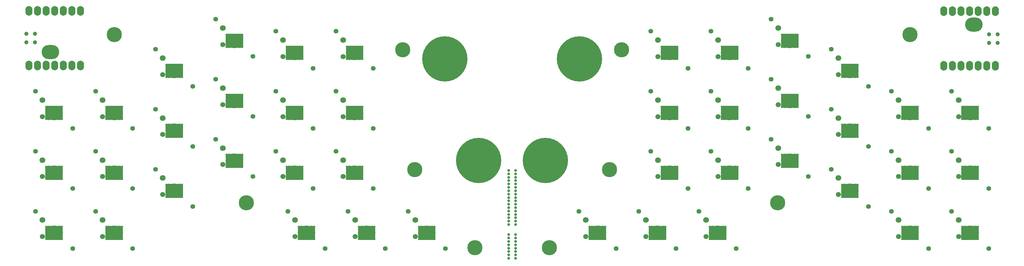
<source format=gts>
G04 #@! TF.GenerationSoftware,KiCad,Pcbnew,7.0.5-0*
G04 #@! TF.CreationDate,2023-06-04T16:05:39+02:00*
G04 #@! TF.ProjectId,kbd,6b62642e-6b69-4636-9164-5f7063625858,v1.0.0*
G04 #@! TF.SameCoordinates,Original*
G04 #@! TF.FileFunction,Soldermask,Top*
G04 #@! TF.FilePolarity,Negative*
%FSLAX46Y46*%
G04 Gerber Fmt 4.6, Leading zero omitted, Abs format (unit mm)*
G04 Created by KiCad (PCBNEW 7.0.5-0) date 2023-06-04 16:05:39*
%MOMM*%
%LPD*%
G01*
G04 APERTURE LIST*
%ADD10C,1.400000*%
%ADD11O,0.400000X4.200000*%
%ADD12O,2.100000X4.200000*%
%ADD13O,5.200000X0.400000*%
%ADD14O,5.200000X4.200000*%
%ADD15C,1.700000*%
%ADD16C,1.500000*%
%ADD17C,0.800000*%
%ADD18C,4.500000*%
%ADD19C,13.400000*%
%ADD20O,2.098980X2.848280*%
%ADD21C,1.243000*%
G04 APERTURE END LIST*
D10*
G04 #@! TO.C,S13*
X165579992Y-76769836D03*
D11*
X168680000Y-83170000D03*
D12*
X169530000Y-83170000D03*
D13*
X171080000Y-81270000D03*
D14*
X171080000Y-83170000D03*
D13*
X171080000Y-85070000D03*
D12*
X172630000Y-83170000D03*
D11*
X173480000Y-83170000D03*
D10*
X176579992Y-87769836D03*
D15*
X167679992Y-79369836D03*
D16*
X167679992Y-84269836D03*
G04 #@! TD*
D10*
G04 #@! TO.C,S14*
X165579992Y-58999836D03*
D11*
X168680000Y-65400000D03*
D12*
X169530000Y-65400000D03*
D13*
X171080000Y-63500000D03*
D14*
X171080000Y-65400000D03*
D13*
X171080000Y-67300000D03*
D12*
X172630000Y-65400000D03*
D11*
X173480000Y-65400000D03*
D10*
X176579992Y-69999836D03*
D15*
X167679992Y-61599836D03*
D16*
X167679992Y-66499836D03*
G04 #@! TD*
D17*
G04 #@! TO.C,_67*
X155234370Y-92003500D03*
X155711678Y-90851178D03*
X155711678Y-93155822D03*
X156864000Y-90373870D03*
D18*
X156864000Y-92003500D03*
D17*
X156864000Y-93633130D03*
X158016322Y-90851178D03*
X158016322Y-93155822D03*
X158493630Y-92003500D03*
G04 #@! TD*
D10*
G04 #@! TO.C,S34*
X294199992Y-76769836D03*
D11*
X297300000Y-83170000D03*
D12*
X298150000Y-83170000D03*
D13*
X299700000Y-81270000D03*
D14*
X299700000Y-83170000D03*
D13*
X299700000Y-85070000D03*
D12*
X301250000Y-83170000D03*
D11*
X302100000Y-83170000D03*
D10*
X305199992Y-87769836D03*
D15*
X296299992Y-79369836D03*
D16*
X296299992Y-84269836D03*
G04 #@! TD*
D19*
G04 #@! TO.C,_76*
X255275000Y-49460000D03*
G04 #@! TD*
D10*
G04 #@! TO.C,S6*
X112269992Y-58999836D03*
D11*
X115370000Y-65400000D03*
D12*
X116220000Y-65400000D03*
D13*
X117770000Y-63500000D03*
D14*
X117770000Y-65400000D03*
D13*
X117770000Y-67300000D03*
D12*
X119320000Y-65400000D03*
D11*
X120170000Y-65400000D03*
D10*
X123269992Y-69999836D03*
D15*
X114369992Y-61599836D03*
D16*
X114369992Y-66499836D03*
G04 #@! TD*
D10*
G04 #@! TO.C,S7*
X130039992Y-82100836D03*
D11*
X133140000Y-88501000D03*
D12*
X133990000Y-88501000D03*
D13*
X135540000Y-86601000D03*
D14*
X135540000Y-88501000D03*
D13*
X135540000Y-90401000D03*
D12*
X137090000Y-88501000D03*
D11*
X137940000Y-88501000D03*
D10*
X141039992Y-93100836D03*
D15*
X132139992Y-84700836D03*
D16*
X132139992Y-89600836D03*
G04 #@! TD*
D10*
G04 #@! TO.C,S19*
X169133992Y-94539836D03*
D11*
X172234000Y-100940000D03*
D12*
X173084000Y-100940000D03*
D13*
X174634000Y-99040000D03*
D14*
X174634000Y-100940000D03*
D13*
X174634000Y-102840000D03*
D12*
X176184000Y-100940000D03*
D11*
X177034000Y-100940000D03*
D10*
X180133992Y-105539836D03*
D15*
X171233992Y-97139836D03*
D16*
X171233992Y-102039836D03*
G04 #@! TD*
D19*
G04 #@! TO.C,_75*
X245275000Y-79460000D03*
G04 #@! TD*
D17*
G04 #@! TO.C,_71*
X351380370Y-42247500D03*
X351857678Y-41095178D03*
X351857678Y-43399822D03*
X353010000Y-40617870D03*
D18*
X353010000Y-42247500D03*
D17*
X353010000Y-43877130D03*
X354162322Y-41095178D03*
X354162322Y-43399822D03*
X354639630Y-42247500D03*
G04 #@! TD*
D10*
G04 #@! TO.C,S9*
X130039992Y-46560836D03*
D11*
X133140000Y-52961000D03*
D12*
X133990000Y-52961000D03*
D13*
X135540000Y-51061000D03*
D14*
X135540000Y-52961000D03*
D13*
X135540000Y-54861000D03*
D12*
X137090000Y-52961000D03*
D11*
X137940000Y-52961000D03*
D10*
X141039992Y-57560836D03*
D15*
X132139992Y-49160836D03*
D16*
X132139992Y-54060836D03*
G04 #@! TD*
D10*
G04 #@! TO.C,S1*
X94499992Y-94539836D03*
D11*
X97600000Y-100940000D03*
D12*
X98450000Y-100940000D03*
D13*
X100000000Y-99040000D03*
D14*
X100000000Y-100940000D03*
D13*
X100000000Y-102840000D03*
D12*
X101550000Y-100940000D03*
D11*
X102400000Y-100940000D03*
D10*
X105499992Y-105539836D03*
D15*
X96599992Y-97139836D03*
D16*
X96599992Y-102039836D03*
G04 #@! TD*
D10*
G04 #@! TO.C,S11*
X147809992Y-55445836D03*
D11*
X150910000Y-61846000D03*
D12*
X151760000Y-61846000D03*
D13*
X153310000Y-59946000D03*
D14*
X153310000Y-61846000D03*
D13*
X153310000Y-63746000D03*
D12*
X154860000Y-61846000D03*
D11*
X155710000Y-61846000D03*
D10*
X158809992Y-66445836D03*
D15*
X149909992Y-58045836D03*
D16*
X149909992Y-62945836D03*
G04 #@! TD*
D10*
G04 #@! TO.C,S22*
X365279992Y-94539836D03*
D11*
X368380000Y-100940000D03*
D12*
X369230000Y-100940000D03*
D13*
X370780000Y-99040000D03*
D14*
X370780000Y-100940000D03*
D13*
X370780000Y-102840000D03*
D12*
X372330000Y-100940000D03*
D11*
X373180000Y-100940000D03*
D10*
X376279992Y-105539836D03*
D15*
X367379992Y-97139836D03*
D16*
X367379992Y-102039836D03*
G04 #@! TD*
D10*
G04 #@! TO.C,S36*
X294199992Y-41229836D03*
D11*
X297300000Y-47630000D03*
D12*
X298150000Y-47630000D03*
D13*
X299700000Y-45730000D03*
D14*
X299700000Y-47630000D03*
D13*
X299700000Y-49530000D03*
D12*
X301250000Y-47630000D03*
D11*
X302100000Y-47630000D03*
D10*
X305199992Y-52229836D03*
D15*
X296299992Y-43829836D03*
D16*
X296299992Y-48729836D03*
G04 #@! TD*
D10*
G04 #@! TO.C,S12*
X147809992Y-37675836D03*
D11*
X150910000Y-44076000D03*
D12*
X151760000Y-44076000D03*
D13*
X153310000Y-42176000D03*
D14*
X153310000Y-44076000D03*
D13*
X153310000Y-45976000D03*
D12*
X154860000Y-44076000D03*
D11*
X155710000Y-44076000D03*
D10*
X158809992Y-48675836D03*
D15*
X149909992Y-40275836D03*
D16*
X149909992Y-45175836D03*
G04 #@! TD*
D10*
G04 #@! TO.C,S40*
X290645992Y-94539836D03*
D11*
X293746000Y-100940000D03*
D12*
X294596000Y-100940000D03*
D13*
X296146000Y-99040000D03*
D14*
X296146000Y-100940000D03*
D13*
X296146000Y-102840000D03*
D12*
X297696000Y-100940000D03*
D11*
X298546000Y-100940000D03*
D10*
X301645992Y-105539836D03*
D15*
X292745992Y-97139836D03*
D16*
X292745992Y-102039836D03*
G04 #@! TD*
D10*
G04 #@! TO.C,S3*
X94499992Y-58999836D03*
D11*
X97600000Y-65400000D03*
D12*
X98450000Y-65400000D03*
D13*
X100000000Y-63500000D03*
D14*
X100000000Y-65400000D03*
D13*
X100000000Y-67300000D03*
D12*
X101550000Y-65400000D03*
D11*
X102400000Y-65400000D03*
D10*
X105499992Y-69999836D03*
D15*
X96599992Y-61599836D03*
D16*
X96599992Y-66499836D03*
G04 #@! TD*
D10*
G04 #@! TO.C,S15*
X165579992Y-41229836D03*
D11*
X168680000Y-47630000D03*
D12*
X169530000Y-47630000D03*
D13*
X171080000Y-45730000D03*
D14*
X171080000Y-47630000D03*
D13*
X171080000Y-49530000D03*
D12*
X172630000Y-47630000D03*
D11*
X173480000Y-47630000D03*
D10*
X176579992Y-52229836D03*
D15*
X167679992Y-43829836D03*
D16*
X167679992Y-48729836D03*
G04 #@! TD*
D10*
G04 #@! TO.C,S5*
X112269992Y-76769836D03*
D11*
X115370000Y-83170000D03*
D12*
X116220000Y-83170000D03*
D13*
X117770000Y-81270000D03*
D14*
X117770000Y-83170000D03*
D13*
X117770000Y-85070000D03*
D12*
X119320000Y-83170000D03*
D11*
X120170000Y-83170000D03*
D10*
X123269992Y-87769836D03*
D15*
X114369992Y-79369836D03*
D16*
X114369992Y-84269836D03*
G04 #@! TD*
D17*
G04 #@! TO.C,*
X234390000Y-101460000D03*
X234390000Y-102460000D03*
X234390000Y-103460000D03*
X234390000Y-104460000D03*
X234390000Y-105460000D03*
X234390000Y-106460000D03*
X234390000Y-107460000D03*
X234390000Y-108460000D03*
X236390000Y-101460000D03*
X236390000Y-102460000D03*
X236390000Y-103460000D03*
X236390000Y-104460000D03*
X236390000Y-105460000D03*
X236390000Y-106460000D03*
X236390000Y-107460000D03*
X236390000Y-108460000D03*
G04 #@! TD*
D10*
G04 #@! TO.C,S10*
X147809992Y-73215836D03*
D11*
X150910000Y-79616000D03*
D12*
X151760000Y-79616000D03*
D13*
X153310000Y-77716000D03*
D14*
X153310000Y-79616000D03*
D13*
X153310000Y-81516000D03*
D12*
X154860000Y-79616000D03*
D11*
X155710000Y-79616000D03*
D10*
X158809992Y-84215836D03*
D15*
X149909992Y-75815836D03*
D16*
X149909992Y-80715836D03*
G04 #@! TD*
D19*
G04 #@! TO.C,_73*
X225505000Y-79460000D03*
G04 #@! TD*
D10*
G04 #@! TO.C,S30*
X329739992Y-46560836D03*
D11*
X332840000Y-52961000D03*
D12*
X333690000Y-52961000D03*
D13*
X335240000Y-51061000D03*
D14*
X335240000Y-52961000D03*
D13*
X335240000Y-54861000D03*
D12*
X336790000Y-52961000D03*
D11*
X337640000Y-52961000D03*
D10*
X340739992Y-57560836D03*
D15*
X331839992Y-49160836D03*
D16*
X331839992Y-54060836D03*
G04 #@! TD*
D10*
G04 #@! TO.C,S20*
X186903992Y-94539836D03*
D11*
X190004000Y-100940000D03*
D12*
X190854000Y-100940000D03*
D13*
X192404000Y-99040000D03*
D14*
X192404000Y-100940000D03*
D13*
X192404000Y-102840000D03*
D12*
X193954000Y-100940000D03*
D11*
X194804000Y-100940000D03*
D10*
X197903992Y-105539836D03*
D15*
X189003992Y-97139836D03*
D16*
X189003992Y-102039836D03*
G04 #@! TD*
D10*
G04 #@! TO.C,S42*
X255105992Y-94539836D03*
D11*
X258206000Y-100940000D03*
D12*
X259056000Y-100940000D03*
D13*
X260606000Y-99040000D03*
D14*
X260606000Y-100940000D03*
D13*
X260606000Y-102840000D03*
D12*
X262156000Y-100940000D03*
D11*
X263006000Y-100940000D03*
D10*
X266105992Y-105539836D03*
D15*
X257205992Y-97139836D03*
D16*
X257205992Y-102039836D03*
G04 #@! TD*
D14*
G04 #@! TO.C,MCU2*
X371885820Y-39264000D03*
D20*
X378235820Y-35297120D03*
X375695820Y-35297120D03*
X373155820Y-35297120D03*
X370615820Y-35297120D03*
X368075820Y-35297120D03*
X365535820Y-35297120D03*
X362995820Y-35297120D03*
X362995820Y-51461680D03*
X365535820Y-51461680D03*
X368075820Y-51461680D03*
X370615820Y-51461680D03*
X373155820Y-51461680D03*
X375695820Y-51461680D03*
X378235820Y-51461680D03*
D21*
X378922187Y-42162803D03*
X378922187Y-44702803D03*
X376382187Y-42162803D03*
X376382187Y-44702803D03*
G04 #@! TD*
D10*
G04 #@! TO.C,S28*
X329739992Y-82100836D03*
D11*
X332840000Y-88501000D03*
D12*
X333690000Y-88501000D03*
D13*
X335240000Y-86601000D03*
D14*
X335240000Y-88501000D03*
D13*
X335240000Y-90401000D03*
D12*
X336790000Y-88501000D03*
D11*
X337640000Y-88501000D03*
D10*
X340739992Y-93100836D03*
D15*
X331839992Y-84700836D03*
D16*
X331839992Y-89600836D03*
G04 #@! TD*
D10*
G04 #@! TO.C,S33*
X311969992Y-37675836D03*
D11*
X315070000Y-44076000D03*
D12*
X315920000Y-44076000D03*
D13*
X317470000Y-42176000D03*
D14*
X317470000Y-44076000D03*
D13*
X317470000Y-45976000D03*
D12*
X319020000Y-44076000D03*
D11*
X319870000Y-44076000D03*
D10*
X322969992Y-48675836D03*
D15*
X314069992Y-40275836D03*
D16*
X314069992Y-45175836D03*
G04 #@! TD*
D17*
G04 #@! TO.C,_72*
X312286370Y-92003500D03*
X312763678Y-90851178D03*
X312763678Y-93155822D03*
X313916000Y-90373870D03*
D18*
X313916000Y-92003500D03*
D17*
X313916000Y-93633130D03*
X315068322Y-90851178D03*
X315068322Y-93155822D03*
X315545630Y-92003500D03*
G04 #@! TD*
G04 #@! TO.C,_69*
X266084370Y-46690000D03*
X266561678Y-45537678D03*
X266561678Y-47842322D03*
X267714000Y-45060370D03*
D18*
X267714000Y-46690000D03*
D17*
X267714000Y-48319630D03*
X268866322Y-45537678D03*
X268866322Y-47842322D03*
X269343630Y-46690000D03*
G04 #@! TD*
D10*
G04 #@! TO.C,S32*
X311969992Y-55445836D03*
D11*
X315070000Y-61846000D03*
D12*
X315920000Y-61846000D03*
D13*
X317470000Y-59946000D03*
D14*
X317470000Y-61846000D03*
D13*
X317470000Y-63746000D03*
D12*
X319020000Y-61846000D03*
D11*
X319870000Y-61846000D03*
D10*
X322969992Y-66445836D03*
D15*
X314069992Y-58045836D03*
D16*
X314069992Y-62945836D03*
G04 #@! TD*
D10*
G04 #@! TO.C,S25*
X347509992Y-94539836D03*
D11*
X350610000Y-100940000D03*
D12*
X351460000Y-100940000D03*
D13*
X353010000Y-99040000D03*
D14*
X353010000Y-100940000D03*
D13*
X353010000Y-102840000D03*
D12*
X354560000Y-100940000D03*
D11*
X355410000Y-100940000D03*
D10*
X358509992Y-105539836D03*
D15*
X349609992Y-97139836D03*
D16*
X349609992Y-102039836D03*
G04 #@! TD*
D10*
G04 #@! TO.C,S4*
X112269992Y-94539836D03*
D11*
X115370000Y-100940000D03*
D12*
X116220000Y-100940000D03*
D13*
X117770000Y-99040000D03*
D14*
X117770000Y-100940000D03*
D13*
X117770000Y-102840000D03*
D12*
X119320000Y-100940000D03*
D11*
X120170000Y-100940000D03*
D10*
X123269992Y-105539836D03*
D15*
X114369992Y-97139836D03*
D16*
X114369992Y-102039836D03*
G04 #@! TD*
D10*
G04 #@! TO.C,S21*
X204673992Y-94539836D03*
D11*
X207774000Y-100940000D03*
D12*
X208624000Y-100940000D03*
D13*
X210174000Y-99040000D03*
D14*
X210174000Y-100940000D03*
D13*
X210174000Y-102840000D03*
D12*
X211724000Y-100940000D03*
D11*
X212574000Y-100940000D03*
D10*
X215673992Y-105539836D03*
D15*
X206773992Y-97139836D03*
D16*
X206773992Y-102039836D03*
G04 #@! TD*
D17*
G04 #@! TO.C,_68*
X262530370Y-82230000D03*
X263007678Y-81077678D03*
X263007678Y-83382322D03*
X264160000Y-80600370D03*
D18*
X264160000Y-82230000D03*
D17*
X264160000Y-83859630D03*
X265312322Y-81077678D03*
X265312322Y-83382322D03*
X265789630Y-82230000D03*
G04 #@! TD*
G04 #@! TO.C,_64*
X201436370Y-46690000D03*
X201913678Y-45537678D03*
X201913678Y-47842322D03*
X203066000Y-45060370D03*
D18*
X203066000Y-46690000D03*
D17*
X203066000Y-48319630D03*
X204218322Y-45537678D03*
X204218322Y-47842322D03*
X204695630Y-46690000D03*
G04 #@! TD*
D19*
G04 #@! TO.C,_74*
X215505000Y-49460000D03*
G04 #@! TD*
D17*
G04 #@! TO.C,*
X234390000Y-82460000D03*
X234390000Y-83460000D03*
X234390000Y-84460000D03*
X234390000Y-85460000D03*
X234390000Y-86460000D03*
X234390000Y-87460000D03*
X234390000Y-88460000D03*
X234390000Y-89460000D03*
X234390000Y-90460000D03*
X234390000Y-91460000D03*
X234390000Y-92460000D03*
X234390000Y-93460000D03*
X234390000Y-94460000D03*
X234390000Y-95460000D03*
X234390000Y-96460000D03*
X234390000Y-97460000D03*
X234390000Y-98460000D03*
X236390000Y-82460000D03*
X236390000Y-83460000D03*
X236390000Y-84460000D03*
X236390000Y-85460000D03*
X236390000Y-86460000D03*
X236390000Y-87460000D03*
X236390000Y-88460000D03*
X236390000Y-89460000D03*
X236390000Y-90460000D03*
X236390000Y-91460000D03*
X236390000Y-92460000D03*
X236390000Y-93460000D03*
X236390000Y-94460000D03*
X236390000Y-95460000D03*
X236390000Y-96460000D03*
X236390000Y-97460000D03*
X236390000Y-98460000D03*
G04 #@! TD*
D10*
G04 #@! TO.C,S16*
X183349992Y-76769836D03*
D11*
X186450000Y-83170000D03*
D12*
X187300000Y-83170000D03*
D13*
X188850000Y-81270000D03*
D14*
X188850000Y-83170000D03*
D13*
X188850000Y-85070000D03*
D12*
X190400000Y-83170000D03*
D11*
X191250000Y-83170000D03*
D10*
X194349992Y-87769836D03*
D15*
X185449992Y-79369836D03*
D16*
X185449992Y-84269836D03*
G04 #@! TD*
D17*
G04 #@! TO.C,_66*
X116140370Y-42247500D03*
X116617678Y-41095178D03*
X116617678Y-43399822D03*
X117770000Y-40617870D03*
D18*
X117770000Y-42247500D03*
D17*
X117770000Y-43877130D03*
X118922322Y-41095178D03*
X118922322Y-43399822D03*
X119399630Y-42247500D03*
G04 #@! TD*
D10*
G04 #@! TO.C,S41*
X272875992Y-94539836D03*
D11*
X275976000Y-100940000D03*
D12*
X276826000Y-100940000D03*
D13*
X278376000Y-99040000D03*
D14*
X278376000Y-100940000D03*
D13*
X278376000Y-102840000D03*
D12*
X279926000Y-100940000D03*
D11*
X280776000Y-100940000D03*
D10*
X283875992Y-105539836D03*
D15*
X274975992Y-97139836D03*
D16*
X274975992Y-102039836D03*
G04 #@! TD*
D17*
G04 #@! TO.C,_70*
X244760370Y-105331000D03*
X245237678Y-104178678D03*
X245237678Y-106483322D03*
X246390000Y-103701370D03*
D18*
X246390000Y-105331000D03*
D17*
X246390000Y-106960630D03*
X247542322Y-104178678D03*
X247542322Y-106483322D03*
X248019630Y-105331000D03*
G04 #@! TD*
D14*
G04 #@! TO.C,MCU1*
X98894180Y-47444000D03*
D20*
X92544180Y-51410880D03*
X95084180Y-51410880D03*
X97624180Y-51410880D03*
X100164180Y-51410880D03*
X102704180Y-51410880D03*
X105244180Y-51410880D03*
X107784180Y-51410880D03*
X107784180Y-35246320D03*
X105244180Y-35246320D03*
X102704180Y-35246320D03*
X100164180Y-35246320D03*
X97624180Y-35246320D03*
X95084180Y-35246320D03*
X92544180Y-35246320D03*
D21*
X91857813Y-44545197D03*
X91857813Y-42005197D03*
X94397813Y-44545197D03*
X94397813Y-42005197D03*
G04 #@! TD*
D10*
G04 #@! TO.C,S23*
X365279992Y-76769836D03*
D11*
X368380000Y-83170000D03*
D12*
X369230000Y-83170000D03*
D13*
X370780000Y-81270000D03*
D14*
X370780000Y-83170000D03*
D13*
X370780000Y-85070000D03*
D12*
X372330000Y-83170000D03*
D11*
X373180000Y-83170000D03*
D10*
X376279992Y-87769836D03*
D15*
X367379992Y-79369836D03*
D16*
X367379992Y-84269836D03*
G04 #@! TD*
D10*
G04 #@! TO.C,S2*
X94499992Y-76769836D03*
D11*
X97600000Y-83170000D03*
D12*
X98450000Y-83170000D03*
D13*
X100000000Y-81270000D03*
D14*
X100000000Y-83170000D03*
D13*
X100000000Y-85070000D03*
D12*
X101550000Y-83170000D03*
D11*
X102400000Y-83170000D03*
D10*
X105499992Y-87769836D03*
D15*
X96599992Y-79369836D03*
D16*
X96599992Y-84269836D03*
G04 #@! TD*
D10*
G04 #@! TO.C,S38*
X276429992Y-58999836D03*
D11*
X279530000Y-65400000D03*
D12*
X280380000Y-65400000D03*
D13*
X281930000Y-63500000D03*
D14*
X281930000Y-65400000D03*
D13*
X281930000Y-67300000D03*
D12*
X283480000Y-65400000D03*
D11*
X284330000Y-65400000D03*
D10*
X287429992Y-69999836D03*
D15*
X278529992Y-61599836D03*
D16*
X278529992Y-66499836D03*
G04 #@! TD*
D10*
G04 #@! TO.C,S27*
X347509992Y-58999836D03*
D11*
X350610000Y-65400000D03*
D12*
X351460000Y-65400000D03*
D13*
X353010000Y-63500000D03*
D14*
X353010000Y-65400000D03*
D13*
X353010000Y-67300000D03*
D12*
X354560000Y-65400000D03*
D11*
X355410000Y-65400000D03*
D10*
X358509992Y-69999836D03*
D15*
X349609992Y-61599836D03*
D16*
X349609992Y-66499836D03*
G04 #@! TD*
D10*
G04 #@! TO.C,S8*
X130039992Y-64330836D03*
D11*
X133140000Y-70731000D03*
D12*
X133990000Y-70731000D03*
D13*
X135540000Y-68831000D03*
D14*
X135540000Y-70731000D03*
D13*
X135540000Y-72631000D03*
D12*
X137090000Y-70731000D03*
D11*
X137940000Y-70731000D03*
D10*
X141039992Y-75330836D03*
D15*
X132139992Y-66930836D03*
D16*
X132139992Y-71830836D03*
G04 #@! TD*
D10*
G04 #@! TO.C,S29*
X329739992Y-64330836D03*
D11*
X332840000Y-70731000D03*
D12*
X333690000Y-70731000D03*
D13*
X335240000Y-68831000D03*
D14*
X335240000Y-70731000D03*
D13*
X335240000Y-72631000D03*
D12*
X336790000Y-70731000D03*
D11*
X337640000Y-70731000D03*
D10*
X340739992Y-75330836D03*
D15*
X331839992Y-66930836D03*
D16*
X331839992Y-71830836D03*
G04 #@! TD*
D10*
G04 #@! TO.C,S35*
X294199992Y-58999836D03*
D11*
X297300000Y-65400000D03*
D12*
X298150000Y-65400000D03*
D13*
X299700000Y-63500000D03*
D14*
X299700000Y-65400000D03*
D13*
X299700000Y-67300000D03*
D12*
X301250000Y-65400000D03*
D11*
X302100000Y-65400000D03*
D10*
X305199992Y-69999836D03*
D15*
X296299992Y-61599836D03*
D16*
X296299992Y-66499836D03*
G04 #@! TD*
D10*
G04 #@! TO.C,S24*
X365279992Y-58999836D03*
D11*
X368380000Y-65400000D03*
D12*
X369230000Y-65400000D03*
D13*
X370780000Y-63500000D03*
D14*
X370780000Y-65400000D03*
D13*
X370780000Y-67300000D03*
D12*
X372330000Y-65400000D03*
D11*
X373180000Y-65400000D03*
D10*
X376279992Y-69999836D03*
D15*
X367379992Y-61599836D03*
D16*
X367379992Y-66499836D03*
G04 #@! TD*
D10*
G04 #@! TO.C,S37*
X276429992Y-76769836D03*
D11*
X279530000Y-83170000D03*
D12*
X280380000Y-83170000D03*
D13*
X281930000Y-81270000D03*
D14*
X281930000Y-83170000D03*
D13*
X281930000Y-85070000D03*
D12*
X283480000Y-83170000D03*
D11*
X284330000Y-83170000D03*
D10*
X287429992Y-87769836D03*
D15*
X278529992Y-79369836D03*
D16*
X278529992Y-84269836D03*
G04 #@! TD*
D17*
G04 #@! TO.C,_65*
X222760370Y-105331000D03*
X223237678Y-104178678D03*
X223237678Y-106483322D03*
X224390000Y-103701370D03*
D18*
X224390000Y-105331000D03*
D17*
X224390000Y-106960630D03*
X225542322Y-104178678D03*
X225542322Y-106483322D03*
X226019630Y-105331000D03*
G04 #@! TD*
D10*
G04 #@! TO.C,S39*
X276429992Y-41229836D03*
D11*
X279530000Y-47630000D03*
D12*
X280380000Y-47630000D03*
D13*
X281930000Y-45730000D03*
D14*
X281930000Y-47630000D03*
D13*
X281930000Y-49530000D03*
D12*
X283480000Y-47630000D03*
D11*
X284330000Y-47630000D03*
D10*
X287429992Y-52229836D03*
D15*
X278529992Y-43829836D03*
D16*
X278529992Y-48729836D03*
G04 #@! TD*
D10*
G04 #@! TO.C,S26*
X347509992Y-76769836D03*
D11*
X350610000Y-83170000D03*
D12*
X351460000Y-83170000D03*
D13*
X353010000Y-81270000D03*
D14*
X353010000Y-83170000D03*
D13*
X353010000Y-85070000D03*
D12*
X354560000Y-83170000D03*
D11*
X355410000Y-83170000D03*
D10*
X358509992Y-87769836D03*
D15*
X349609992Y-79369836D03*
D16*
X349609992Y-84269836D03*
G04 #@! TD*
D10*
G04 #@! TO.C,S18*
X183349992Y-41229836D03*
D11*
X186450000Y-47630000D03*
D12*
X187300000Y-47630000D03*
D13*
X188850000Y-45730000D03*
D14*
X188850000Y-47630000D03*
D13*
X188850000Y-49530000D03*
D12*
X190400000Y-47630000D03*
D11*
X191250000Y-47630000D03*
D10*
X194349992Y-52229836D03*
D15*
X185449992Y-43829836D03*
D16*
X185449992Y-48729836D03*
G04 #@! TD*
D10*
G04 #@! TO.C,S17*
X183349992Y-58999836D03*
D11*
X186450000Y-65400000D03*
D12*
X187300000Y-65400000D03*
D13*
X188850000Y-63500000D03*
D14*
X188850000Y-65400000D03*
D13*
X188850000Y-67300000D03*
D12*
X190400000Y-65400000D03*
D11*
X191250000Y-65400000D03*
D10*
X194349992Y-69999836D03*
D15*
X185449992Y-61599836D03*
D16*
X185449992Y-66499836D03*
G04 #@! TD*
D10*
G04 #@! TO.C,S31*
X311969992Y-73215836D03*
D11*
X315070000Y-79616000D03*
D12*
X315920000Y-79616000D03*
D13*
X317470000Y-77716000D03*
D14*
X317470000Y-79616000D03*
D13*
X317470000Y-81516000D03*
D12*
X319020000Y-79616000D03*
D11*
X319870000Y-79616000D03*
D10*
X322969992Y-84215836D03*
D15*
X314069992Y-75815836D03*
D16*
X314069992Y-80715836D03*
G04 #@! TD*
D17*
G04 #@! TO.C,_63*
X204990370Y-82230000D03*
X205467678Y-81077678D03*
X205467678Y-83382322D03*
X206620000Y-80600370D03*
D18*
X206620000Y-82230000D03*
D17*
X206620000Y-83859630D03*
X207772322Y-81077678D03*
X207772322Y-83382322D03*
X208249630Y-82230000D03*
G04 #@! TD*
M02*

</source>
